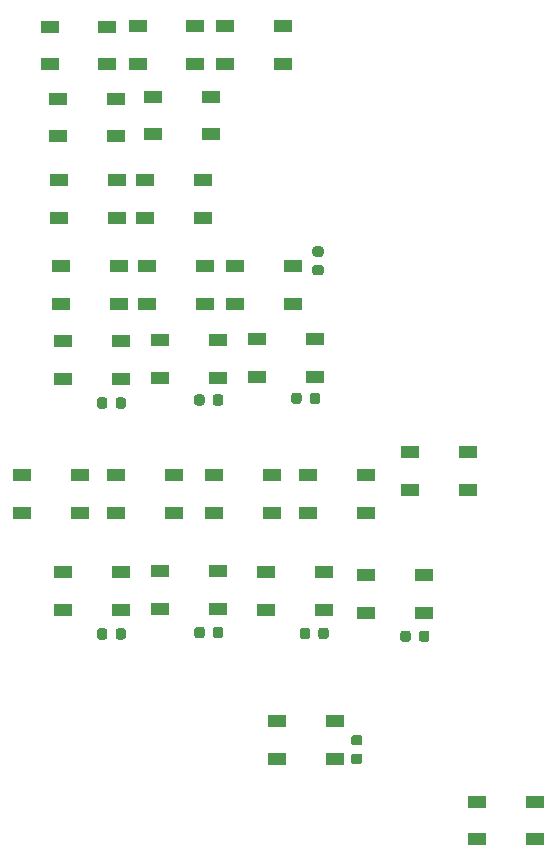
<source format=gbr>
G04 #@! TF.GenerationSoftware,KiCad,Pcbnew,(5.1.6)-1*
G04 #@! TF.CreationDate,2021-02-10T23:13:44+11:00*
G04 #@! TF.ProjectId,LDG Wing Fold PCB V2,4c444720-5769-46e6-9720-466f6c642050,rev?*
G04 #@! TF.SameCoordinates,Original*
G04 #@! TF.FileFunction,Paste,Top*
G04 #@! TF.FilePolarity,Positive*
%FSLAX46Y46*%
G04 Gerber Fmt 4.6, Leading zero omitted, Abs format (unit mm)*
G04 Created by KiCad (PCBNEW (5.1.6)-1) date 2021-02-10 23:13:44*
%MOMM*%
%LPD*%
G01*
G04 APERTURE LIST*
%ADD10R,1.500000X1.000000*%
G04 APERTURE END LIST*
D10*
G04 #@! TO.C,D24*
X170525000Y-95350000D03*
X170525000Y-98550000D03*
X175425000Y-95350000D03*
X175425000Y-98550000D03*
G04 #@! TD*
G04 #@! TO.C,D23*
X178125000Y-83025000D03*
X178125000Y-86225000D03*
X183025000Y-83025000D03*
X183025000Y-86225000D03*
G04 #@! TD*
G04 #@! TO.C,D25*
X187500000Y-102200000D03*
X187500000Y-105400000D03*
X192400000Y-102200000D03*
X192400000Y-105400000D03*
G04 #@! TD*
G04 #@! TO.C,D22*
X169600000Y-82775000D03*
X169600000Y-85975000D03*
X174500000Y-82775000D03*
X174500000Y-85975000D03*
G04 #@! TD*
G04 #@! TO.C,D21*
X160675000Y-82700000D03*
X160675000Y-85900000D03*
X165575000Y-82700000D03*
X165575000Y-85900000D03*
G04 #@! TD*
G04 #@! TO.C,D20*
X152425000Y-82775000D03*
X152425000Y-85975000D03*
X157325000Y-82775000D03*
X157325000Y-85975000D03*
G04 #@! TD*
G04 #@! TO.C,D19*
X181825000Y-72600000D03*
X181825000Y-75800000D03*
X186725000Y-72600000D03*
X186725000Y-75800000D03*
G04 #@! TD*
G04 #@! TO.C,D18*
X173150000Y-74575000D03*
X173150000Y-77775000D03*
X178050000Y-74575000D03*
X178050000Y-77775000D03*
G04 #@! TD*
G04 #@! TO.C,D17*
X165250000Y-74550000D03*
X165250000Y-77750000D03*
X170150000Y-74550000D03*
X170150000Y-77750000D03*
G04 #@! TD*
G04 #@! TO.C,D16*
X156900000Y-74525000D03*
X156900000Y-77725000D03*
X161800000Y-74525000D03*
X161800000Y-77725000D03*
G04 #@! TD*
G04 #@! TO.C,D15*
X148975000Y-74550000D03*
X148975000Y-77750000D03*
X153875000Y-74550000D03*
X153875000Y-77750000D03*
G04 #@! TD*
G04 #@! TO.C,D14*
X168850000Y-63050000D03*
X168850000Y-66250000D03*
X173750000Y-63050000D03*
X173750000Y-66250000D03*
G04 #@! TD*
G04 #@! TO.C,D13*
X160650000Y-63100000D03*
X160650000Y-66300000D03*
X165550000Y-63100000D03*
X165550000Y-66300000D03*
G04 #@! TD*
G04 #@! TO.C,R1*
G36*
G01*
X174286250Y-56057500D02*
X173773750Y-56057500D01*
G75*
G02*
X173555000Y-55838750I0J218750D01*
G01*
X173555000Y-55401250D01*
G75*
G02*
X173773750Y-55182500I218750J0D01*
G01*
X174286250Y-55182500D01*
G75*
G02*
X174505000Y-55401250I0J-218750D01*
G01*
X174505000Y-55838750D01*
G75*
G02*
X174286250Y-56057500I-218750J0D01*
G01*
G37*
G36*
G01*
X174286250Y-57632500D02*
X173773750Y-57632500D01*
G75*
G02*
X173555000Y-57413750I0J218750D01*
G01*
X173555000Y-56976250D01*
G75*
G02*
X173773750Y-56757500I218750J0D01*
G01*
X174286250Y-56757500D01*
G75*
G02*
X174505000Y-56976250I0J-218750D01*
G01*
X174505000Y-57413750D01*
G75*
G02*
X174286250Y-57632500I-218750J0D01*
G01*
G37*
G04 #@! TD*
G04 #@! TO.C,D12*
X152425000Y-63200000D03*
X152425000Y-66400000D03*
X157325000Y-63200000D03*
X157325000Y-66400000D03*
G04 #@! TD*
G04 #@! TO.C,D11*
X167000000Y-56850000D03*
X167000000Y-60050000D03*
X171900000Y-56850000D03*
X171900000Y-60050000D03*
G04 #@! TD*
G04 #@! TO.C,D10*
X159575000Y-56850000D03*
X159575000Y-60050000D03*
X164475000Y-56850000D03*
X164475000Y-60050000D03*
G04 #@! TD*
G04 #@! TO.C,D9*
X152300000Y-56850000D03*
X152300000Y-60050000D03*
X157200000Y-56850000D03*
X157200000Y-60050000D03*
G04 #@! TD*
G04 #@! TO.C,D8*
X159375000Y-49550000D03*
X159375000Y-52750000D03*
X164275000Y-49550000D03*
X164275000Y-52750000D03*
G04 #@! TD*
G04 #@! TO.C,D7*
X152100000Y-49575000D03*
X152100000Y-52775000D03*
X157000000Y-49575000D03*
X157000000Y-52775000D03*
G04 #@! TD*
G04 #@! TO.C,D6*
X160050000Y-42500000D03*
X160050000Y-45700000D03*
X164950000Y-42500000D03*
X164950000Y-45700000D03*
G04 #@! TD*
G04 #@! TO.C,D5*
X152025000Y-42675000D03*
X152025000Y-45875000D03*
X156925000Y-42675000D03*
X156925000Y-45875000D03*
G04 #@! TD*
G04 #@! TO.C,D4*
X166150000Y-36550000D03*
X166150000Y-39750000D03*
X171050000Y-36550000D03*
X171050000Y-39750000D03*
G04 #@! TD*
G04 #@! TO.C,D3*
X158750000Y-36550000D03*
X158750000Y-39750000D03*
X163650000Y-36550000D03*
X163650000Y-39750000D03*
G04 #@! TD*
G04 #@! TO.C,D2*
X151300000Y-36575000D03*
X151300000Y-39775000D03*
X156200000Y-36575000D03*
X156200000Y-39775000D03*
G04 #@! TD*
G04 #@! TO.C,C9*
G36*
G01*
X182572500Y-88456250D02*
X182572500Y-87943750D01*
G75*
G02*
X182791250Y-87725000I218750J0D01*
G01*
X183228750Y-87725000D01*
G75*
G02*
X183447500Y-87943750I0J-218750D01*
G01*
X183447500Y-88456250D01*
G75*
G02*
X183228750Y-88675000I-218750J0D01*
G01*
X182791250Y-88675000D01*
G75*
G02*
X182572500Y-88456250I0J218750D01*
G01*
G37*
G36*
G01*
X180997500Y-88456250D02*
X180997500Y-87943750D01*
G75*
G02*
X181216250Y-87725000I218750J0D01*
G01*
X181653750Y-87725000D01*
G75*
G02*
X181872500Y-87943750I0J-218750D01*
G01*
X181872500Y-88456250D01*
G75*
G02*
X181653750Y-88675000I-218750J0D01*
G01*
X181216250Y-88675000D01*
G75*
G02*
X180997500Y-88456250I0J218750D01*
G01*
G37*
G04 #@! TD*
G04 #@! TO.C,C8*
G36*
G01*
X177043750Y-98140000D02*
X177556250Y-98140000D01*
G75*
G02*
X177775000Y-98358750I0J-218750D01*
G01*
X177775000Y-98796250D01*
G75*
G02*
X177556250Y-99015000I-218750J0D01*
G01*
X177043750Y-99015000D01*
G75*
G02*
X176825000Y-98796250I0J218750D01*
G01*
X176825000Y-98358750D01*
G75*
G02*
X177043750Y-98140000I218750J0D01*
G01*
G37*
G36*
G01*
X177043750Y-96565000D02*
X177556250Y-96565000D01*
G75*
G02*
X177775000Y-96783750I0J-218750D01*
G01*
X177775000Y-97221250D01*
G75*
G02*
X177556250Y-97440000I-218750J0D01*
G01*
X177043750Y-97440000D01*
G75*
G02*
X176825000Y-97221250I0J218750D01*
G01*
X176825000Y-96783750D01*
G75*
G02*
X177043750Y-96565000I218750J0D01*
G01*
G37*
G04 #@! TD*
G04 #@! TO.C,C7*
G36*
G01*
X174052500Y-88216250D02*
X174052500Y-87703750D01*
G75*
G02*
X174271250Y-87485000I218750J0D01*
G01*
X174708750Y-87485000D01*
G75*
G02*
X174927500Y-87703750I0J-218750D01*
G01*
X174927500Y-88216250D01*
G75*
G02*
X174708750Y-88435000I-218750J0D01*
G01*
X174271250Y-88435000D01*
G75*
G02*
X174052500Y-88216250I0J218750D01*
G01*
G37*
G36*
G01*
X172477500Y-88216250D02*
X172477500Y-87703750D01*
G75*
G02*
X172696250Y-87485000I218750J0D01*
G01*
X173133750Y-87485000D01*
G75*
G02*
X173352500Y-87703750I0J-218750D01*
G01*
X173352500Y-88216250D01*
G75*
G02*
X173133750Y-88435000I-218750J0D01*
G01*
X172696250Y-88435000D01*
G75*
G02*
X172477500Y-88216250I0J218750D01*
G01*
G37*
G04 #@! TD*
G04 #@! TO.C,C6*
G36*
G01*
X165132500Y-88136250D02*
X165132500Y-87623750D01*
G75*
G02*
X165351250Y-87405000I218750J0D01*
G01*
X165788750Y-87405000D01*
G75*
G02*
X166007500Y-87623750I0J-218750D01*
G01*
X166007500Y-88136250D01*
G75*
G02*
X165788750Y-88355000I-218750J0D01*
G01*
X165351250Y-88355000D01*
G75*
G02*
X165132500Y-88136250I0J218750D01*
G01*
G37*
G36*
G01*
X163557500Y-88136250D02*
X163557500Y-87623750D01*
G75*
G02*
X163776250Y-87405000I218750J0D01*
G01*
X164213750Y-87405000D01*
G75*
G02*
X164432500Y-87623750I0J-218750D01*
G01*
X164432500Y-88136250D01*
G75*
G02*
X164213750Y-88355000I-218750J0D01*
G01*
X163776250Y-88355000D01*
G75*
G02*
X163557500Y-88136250I0J218750D01*
G01*
G37*
G04 #@! TD*
G04 #@! TO.C,C5*
G36*
G01*
X173332500Y-68306250D02*
X173332500Y-67793750D01*
G75*
G02*
X173551250Y-67575000I218750J0D01*
G01*
X173988750Y-67575000D01*
G75*
G02*
X174207500Y-67793750I0J-218750D01*
G01*
X174207500Y-68306250D01*
G75*
G02*
X173988750Y-68525000I-218750J0D01*
G01*
X173551250Y-68525000D01*
G75*
G02*
X173332500Y-68306250I0J218750D01*
G01*
G37*
G36*
G01*
X171757500Y-68306250D02*
X171757500Y-67793750D01*
G75*
G02*
X171976250Y-67575000I218750J0D01*
G01*
X172413750Y-67575000D01*
G75*
G02*
X172632500Y-67793750I0J-218750D01*
G01*
X172632500Y-68306250D01*
G75*
G02*
X172413750Y-68525000I-218750J0D01*
G01*
X171976250Y-68525000D01*
G75*
G02*
X171757500Y-68306250I0J218750D01*
G01*
G37*
G04 #@! TD*
G04 #@! TO.C,C4*
G36*
G01*
X165122500Y-68446250D02*
X165122500Y-67933750D01*
G75*
G02*
X165341250Y-67715000I218750J0D01*
G01*
X165778750Y-67715000D01*
G75*
G02*
X165997500Y-67933750I0J-218750D01*
G01*
X165997500Y-68446250D01*
G75*
G02*
X165778750Y-68665000I-218750J0D01*
G01*
X165341250Y-68665000D01*
G75*
G02*
X165122500Y-68446250I0J218750D01*
G01*
G37*
G36*
G01*
X163547500Y-68446250D02*
X163547500Y-67933750D01*
G75*
G02*
X163766250Y-67715000I218750J0D01*
G01*
X164203750Y-67715000D01*
G75*
G02*
X164422500Y-67933750I0J-218750D01*
G01*
X164422500Y-68446250D01*
G75*
G02*
X164203750Y-68665000I-218750J0D01*
G01*
X163766250Y-68665000D01*
G75*
G02*
X163547500Y-68446250I0J218750D01*
G01*
G37*
G04 #@! TD*
G04 #@! TO.C,C3*
G36*
G01*
X156887500Y-68706250D02*
X156887500Y-68193750D01*
G75*
G02*
X157106250Y-67975000I218750J0D01*
G01*
X157543750Y-67975000D01*
G75*
G02*
X157762500Y-68193750I0J-218750D01*
G01*
X157762500Y-68706250D01*
G75*
G02*
X157543750Y-68925000I-218750J0D01*
G01*
X157106250Y-68925000D01*
G75*
G02*
X156887500Y-68706250I0J218750D01*
G01*
G37*
G36*
G01*
X155312500Y-68706250D02*
X155312500Y-68193750D01*
G75*
G02*
X155531250Y-67975000I218750J0D01*
G01*
X155968750Y-67975000D01*
G75*
G02*
X156187500Y-68193750I0J-218750D01*
G01*
X156187500Y-68706250D01*
G75*
G02*
X155968750Y-68925000I-218750J0D01*
G01*
X155531250Y-68925000D01*
G75*
G02*
X155312500Y-68706250I0J218750D01*
G01*
G37*
G04 #@! TD*
G04 #@! TO.C,C2*
G36*
G01*
X156887500Y-88256250D02*
X156887500Y-87743750D01*
G75*
G02*
X157106250Y-87525000I218750J0D01*
G01*
X157543750Y-87525000D01*
G75*
G02*
X157762500Y-87743750I0J-218750D01*
G01*
X157762500Y-88256250D01*
G75*
G02*
X157543750Y-88475000I-218750J0D01*
G01*
X157106250Y-88475000D01*
G75*
G02*
X156887500Y-88256250I0J218750D01*
G01*
G37*
G36*
G01*
X155312500Y-88256250D02*
X155312500Y-87743750D01*
G75*
G02*
X155531250Y-87525000I218750J0D01*
G01*
X155968750Y-87525000D01*
G75*
G02*
X156187500Y-87743750I0J-218750D01*
G01*
X156187500Y-88256250D01*
G75*
G02*
X155968750Y-88475000I-218750J0D01*
G01*
X155531250Y-88475000D01*
G75*
G02*
X155312500Y-88256250I0J218750D01*
G01*
G37*
G04 #@! TD*
M02*

</source>
